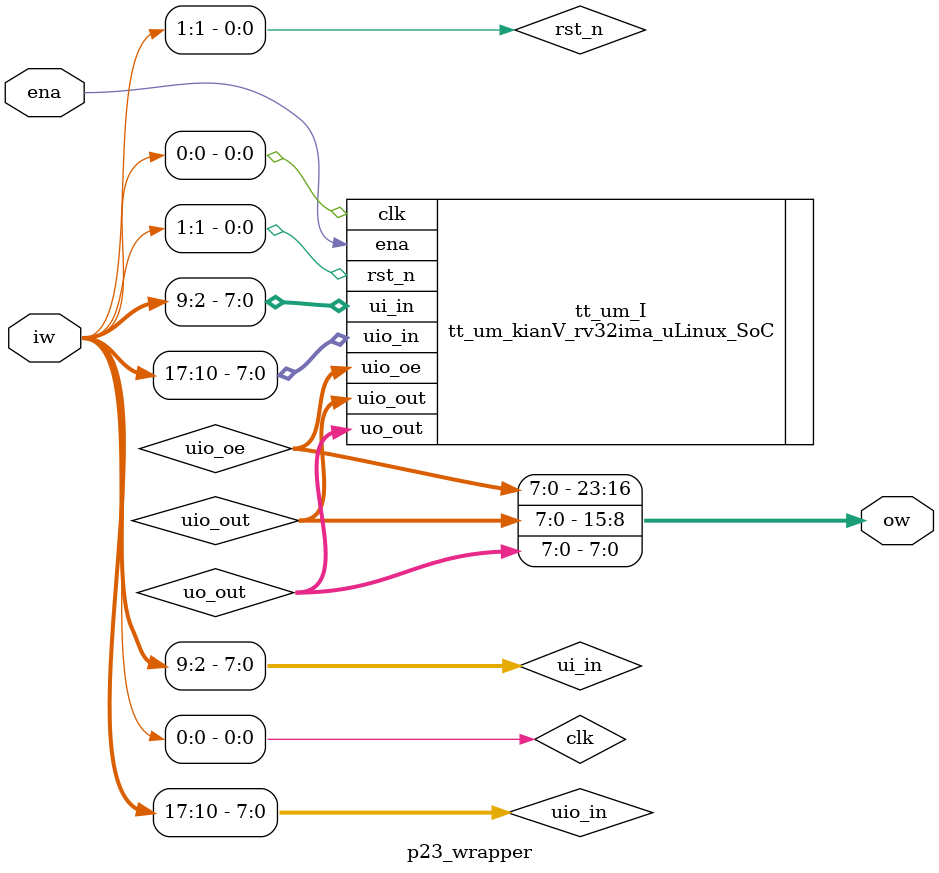
<source format=v>
`default_nettype none

module p23_wrapper (
  input wire ena,
  input wire [17:0] iw,
  output wire [23:0] ow
);

wire [7:0] uio_in;
wire [7:0] uio_out;
wire [7:0] uio_oe;
wire [7:0] uo_out;
wire [7:0] ui_in;
wire clk;
wire rst_n;

assign { uio_in, ui_in, rst_n, clk} = iw;
assign ow = { uio_oe, uio_out, uo_out };

tt_um_kianV_rv32ima_uLinux_SoC tt_um_I (
  .uio_in  (uio_in),
  .uio_out (uio_out),
  .uio_oe  (uio_oe),
  .uo_out  (uo_out),
  .ui_in   (ui_in),
  .ena     (ena),
  .clk     (clk),
  .rst_n   (rst_n)
);

endmodule

</source>
